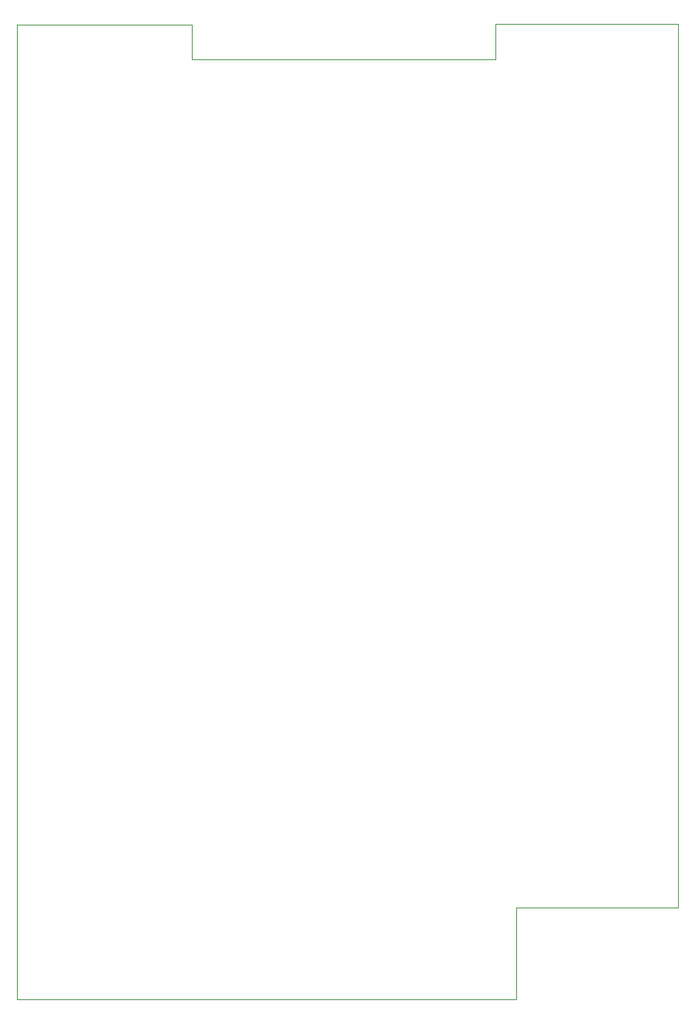
<source format=gbr>
G04 #@! TF.GenerationSoftware,KiCad,Pcbnew,(5.1.2)-2*
G04 #@! TF.CreationDate,2021-06-22T12:17:49+03:00*
G04 #@! TF.ProjectId,extension_board,65787465-6e73-4696-9f6e-5f626f617264,rev?*
G04 #@! TF.SameCoordinates,Original*
G04 #@! TF.FileFunction,Profile,NP*
%FSLAX46Y46*%
G04 Gerber Fmt 4.6, Leading zero omitted, Abs format (unit mm)*
G04 Created by KiCad (PCBNEW (5.1.2)-2) date 2021-06-22 12:17:49*
%MOMM*%
%LPD*%
G04 APERTURE LIST*
%ADD10C,0.050000*%
G04 APERTURE END LIST*
D10*
X149888000Y-138000000D02*
X149888000Y-41021000D01*
X129844800Y-41021000D02*
X149885400Y-41021000D01*
X149888000Y-138000000D02*
X132080000Y-138000000D01*
X132080000Y-138000000D02*
X132080000Y-148096000D01*
X77216000Y-148096000D02*
X132080000Y-148096000D01*
X77216000Y-41046400D02*
X77216000Y-44424600D01*
X96443800Y-41046400D02*
X77216000Y-41046400D01*
X129844800Y-44856400D02*
X129844800Y-41021000D01*
X96443800Y-44856400D02*
X129844800Y-44856400D01*
X96443800Y-44272200D02*
X96443800Y-44856400D01*
X96443800Y-44272200D02*
X96443800Y-41046400D01*
X77216000Y-44424600D02*
X77216000Y-148096000D01*
M02*

</source>
